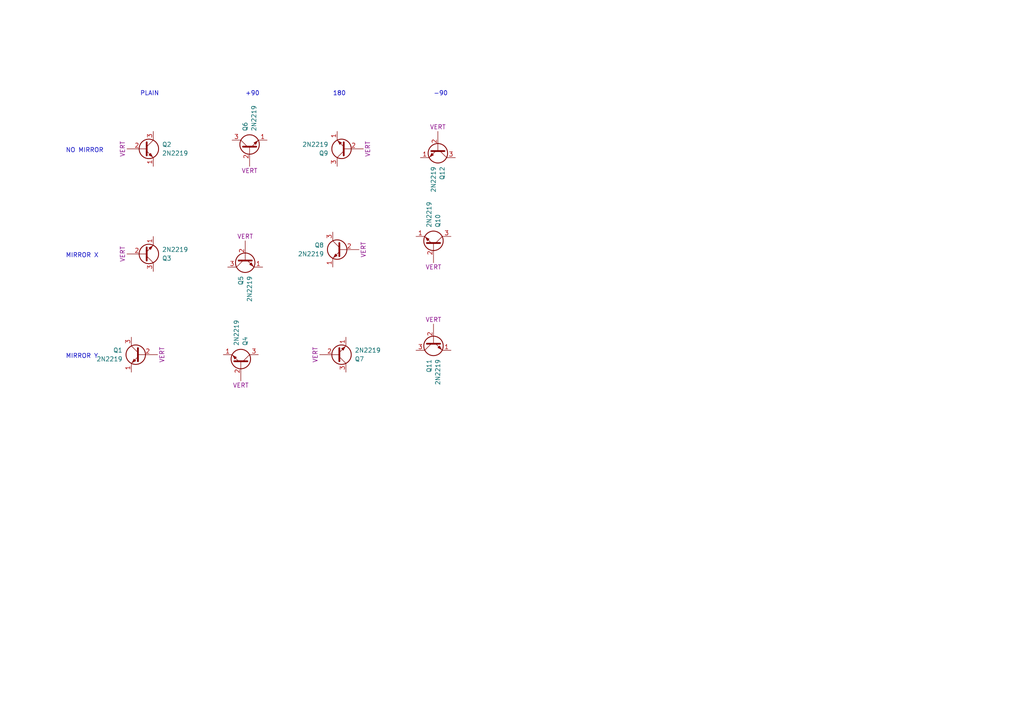
<source format=kicad_sch>
(kicad_sch (version 20211123) (generator eeschema)
  (paper "A4")
  (lib_symbols
    (symbol "Transistor_BJT:2N2219" (pin_names (offset 0) hide)
      (property "Reference" "Q" (at 5.08 1.905 0))
      (property "Value" "2N2219" (at 5.08 0 0))
      (symbol "2N2219_0_1"
        (polyline (pts (xy 0.635 0.635) (xy 2.54 2.54)))
        (polyline (pts (xy 0.635 -0.635) (xy 2.54 -2.54) (xy 2.54 -2.54)))
        (polyline (pts (xy 0.635 1.905) (xy 0.635 -1.905) (xy 0.635 -1.905)) (stroke (width 0.508)))
        (polyline (pts (xy 1.27 -1.778) (xy 1.778 -1.27) (xy 2.286 -2.286) (xy 1.27 -1.778) (xy 1.27 -1.778)) (fill (type outline)))
        (circle (center 1.27 0) (radius 2.8194) (stroke (width 0.254)))
      )
      (symbol "2N2219_1_1"
        (pin passive line (at 2.54 -5.08 90) (length 2.54) (name "E") (number "1"))
        (pin passive line (at -5.08 0 0) (length 5.715) (name "B") (number "2"))
        (pin passive line (at 2.54 5.08 270) (length 2.54) (name "C") (number "3"))
      )
    )
  )
  (text "PLAIN" (at 40.64 27.94 0) (effects (font (size 1.27 1.27)) (justify left bottom)))
  (text "-90" (at 125.73 27.94 0) (effects (font (size 1.27 1.27)) (justify left bottom)))
  (text "180" (at 96.52 27.94 0) (effects (font (size 1.27 1.27)) (justify left bottom)))
  (text "MIRROR Y" (at 19.05 104.14 0) (effects (font (size 1.27 1.27)) (justify left bottom)))
  (text "+90" (at 71.12 27.94 0) (effects (font (size 1.27 1.27)) (justify left bottom)))
  (text "MIRROR X" (at 19.05 74.93 0) (effects (font (size 1.27 1.27)) (justify left bottom)))
  (text "NO MIRROR" (at 19.05 44.45 0) (effects (font (size 1.27 1.27)) (justify left bottom)))
  (symbol (lib_id "Transistor_BJT:2N2219") (at 41.91 73.66 0) (mirror x) (unit 1)
    (property "Reference" "Q3" (at 46.99 74.9301 0) (effects (justify left)))
    (property "Value" "2N2219" (at 46.99 72.3901 0) (effects (justify left)))
    (property "Footprint" "Package_TO_SOT_THT:TO-39-3" (effects hide))
    (property "Datasheet" "http://www.onsemi.com/pub_link/Collateral/2N2219-D.PDF" (effects hide))
    (property "Field4" "VERT" (at 35.56 73.66 90))
  )
  (symbol (lib_id "Transistor_BJT:2N2219") (at 127 43.18 270) (unit 1)
    (property "Reference" "Q12" (at 128.2701 48.26 0) (effects (justify left)))
    (property "Value" "2N2219" (at 125.7301 48.26 0) (effects (justify left)))
    (property "Footprint" "Package_TO_SOT_THT:TO-39-3" (effects hide))
    (property "Datasheet" "http://www.onsemi.com/pub_link/Collateral/2N2219-D.PDF" (effects hide))
    (property "Field4" "VERT" (at 127 36.83 90))
  )
  (symbol (lib_id "Transistor_BJT:2N2219") (at 97.79 102.87 0) (mirror x) (unit 1)
    (property "Reference" "Q7" (at 102.87 104.1401 0) (effects (justify left)))
    (property "Value" "2N2219" (at 102.87 101.6001 0) (effects (justify left)))
    (property "Footprint" "Package_TO_SOT_THT:TO-39-3" (effects hide))
    (property "Datasheet" "http://www.onsemi.com/pub_link/Collateral/2N2219-D.PDF" (effects hide))
    (property "Field4" "VERT" (at 91.44 102.87 90))
  )
  (symbol (lib_id "Transistor_BJT:2N2219") (at 41.91 43.18 0) (unit 1)
    (property "Reference" "Q2" (at 46.99 41.9099 0) (effects (justify left)))
    (property "Value" "2N2219" (at 46.99 44.4499 0) (effects (justify left)))
    (property "Footprint" "Package_TO_SOT_THT:TO-39-3" (effects hide))
    (property "Datasheet" "http://www.onsemi.com/pub_link/Collateral/2N2219-D.PDF" (effects hide))
    (property "Field4" "VERT" (at 35.56 43.18 90))
  )
  (symbol (lib_id "Transistor_BJT:2N2219") (at 40.64 102.87 0) (mirror y) (unit 1)
    (property "Reference" "Q1" (at 35.56 101.5999 0) (effects (justify left)))
    (property "Value" "2N2219" (at 35.56 104.1399 0) (effects (justify left)))
    (property "Footprint" "Package_TO_SOT_THT:TO-39-3" (effects hide))
    (property "Datasheet" "http://www.onsemi.com/pub_link/Collateral/2N2219-D.PDF" (effects hide))
    (property "Field4" "VERT" (at 46.99 102.87 90))
  )
  (symbol (lib_id "Transistor_BJT:2N2219") (at 71.12 74.93 90) (mirror x) (unit 1)
    (property "Reference" "Q5" (at 69.8499 80.01 0) (effects (justify left)))
    (property "Value" "2N2219" (at 72.3899 80.01 0) (effects (justify left)))
    (property "Footprint" "Package_TO_SOT_THT:TO-39-3" (effects hide))
    (property "Datasheet" "http://www.onsemi.com/pub_link/Collateral/2N2219-D.PDF" (effects hide))
    (property "Field4" "VERT" (at 71.12 68.58 90))
  )
  (symbol (lib_id "Transistor_BJT:2N2219") (at 72.39 43.18 90) (unit 1)
    (property "Reference" "Q6" (at 71.1199 38.1 0) (effects (justify left)))
    (property "Value" "2N2219" (at 73.6599 38.1 0) (effects (justify left)))
    (property "Footprint" "Package_TO_SOT_THT:TO-39-3" (effects hide))
    (property "Datasheet" "http://www.onsemi.com/pub_link/Collateral/2N2219-D.PDF" (effects hide))
    (property "Field4" "VERT" (at 72.39 49.53 90))
  )
  (symbol (lib_id "Transistor_BJT:2N2219") (at 69.85 105.41 270) (mirror x) (unit 1)
    (property "Reference" "Q4" (at 71.1201 100.33 0) (effects (justify left)))
    (property "Value" "2N2219" (at 68.5801 100.33 0) (effects (justify left)))
    (property "Footprint" "Package_TO_SOT_THT:TO-39-3" (effects hide))
    (property "Datasheet" "http://www.onsemi.com/pub_link/Collateral/2N2219-D.PDF" (effects hide))
    (property "Field4" "VERT" (at 69.85 111.76 90))
  )
  (symbol (lib_id "Transistor_BJT:2N2219") (at 100.33 43.18 180) (unit 1)
    (property "Reference" "Q9" (at 95.25 44.4501 0) (effects (justify left)))
    (property "Value" "2N2219" (at 95.25 41.9101 0) (effects (justify left)))
    (property "Footprint" "Package_TO_SOT_THT:TO-39-3" (effects hide))
    (property "Datasheet" "http://www.onsemi.com/pub_link/Collateral/2N2219-D.PDF" (effects hide))
    (property "Field4" "VERT" (at 106.68 43.18 90))
  )
  (symbol (lib_id "Transistor_BJT:2N2219") (at 125.73 99.06 90) (mirror x) (unit 1)
    (property "Reference" "Q11" (at 124.4599 104.14 0) (effects (justify left)))
    (property "Value" "2N2219" (at 126.9999 104.14 0) (effects (justify left)))
    (property "Footprint" "Package_TO_SOT_THT:TO-39-3" (effects hide))
    (property "Datasheet" "http://www.onsemi.com/pub_link/Collateral/2N2219-D.PDF" (effects hide))
    (property "Field4" "VERT" (at 125.73 92.71 90))
  )
  (symbol (lib_id "Transistor_BJT:2N2219") (at 99.06 72.39 0) (mirror y) (unit 1)
    (property "Reference" "Q8" (at 93.98 71.1199 0) (effects (justify left)))
    (property "Value" "2N2219" (at 93.98 73.6599 0) (effects (justify left)))
    (property "Footprint" "Package_TO_SOT_THT:TO-39-3" (effects hide))
    (property "Datasheet" "http://www.onsemi.com/pub_link/Collateral/2N2219-D.PDF" (effects hide))
    (property "Field4" "VERT" (at 105.41 72.39 90))
  )
  (symbol (lib_id "Transistor_BJT:2N2219") (at 125.73 71.12 270) (mirror x) (unit 1)
    (property "Reference" "Q10" (at 127.0001 66.04 0) (effects (justify left)))
    (property "Value" "2N2219" (at 124.4601 66.04 0) (effects (justify left)))
    (property "Footprint" "Package_TO_SOT_THT:TO-39-3" (effects hide))
    (property "Datasheet" "http://www.onsemi.com/pub_link/Collateral/2N2219-D.PDF" (effects hide))
    (property "Field4" "VERT" (at 125.73 77.47 90))
  )
)
</source>
